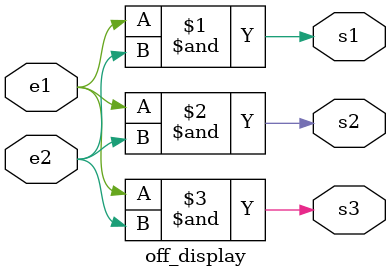
<source format=v>
/*      */
module off_display(e1, e2, s1, s2, s3);
   
    input e1, e2;
    output s1, s2, s3;

    and DESLIGAR_DIGITO_1(s1, e1, e2);
    and DESLIGAR_DIGITO_2(s2, e1, e2);
    and DESLIGAR_DIGITO_3(s3, e1, e2);

endmodule 
</source>
